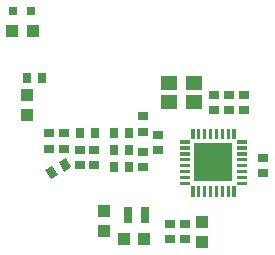
<source format=gbr>
G04 EAGLE Gerber X2 export*
%TF.Part,Single*%
%TF.FileFunction,Paste,Top*%
%TF.FilePolarity,Positive*%
%TF.GenerationSoftware,Autodesk,EAGLE,8.6.3*%
%TF.CreationDate,2018-03-24T11:36:11Z*%
G75*
%MOMM*%
%FSLAX34Y34*%
%LPD*%
%AMOC8*
5,1,8,0,0,1.08239X$1,22.5*%
G01*
%ADD10R,0.800000X0.800000*%
%ADD11R,1.000000X1.100000*%
%ADD12C,0.067500*%
%ADD13R,3.200000X3.200000*%
%ADD14R,0.900000X0.700000*%
%ADD15R,1.100000X1.000000*%
%ADD16R,0.700000X0.900000*%
%ADD17R,0.700000X1.400000*%
%ADD18R,1.400000X1.200000*%


D10*
X89246Y253632D03*
X104246Y253632D03*
D11*
X88500Y236740D03*
X105500Y236740D03*
D12*
X241803Y153575D02*
X241803Y145649D01*
X239777Y145649D01*
X239777Y153575D01*
X241803Y153575D01*
X241803Y146323D02*
X239777Y146323D01*
X239777Y146997D02*
X241803Y146997D01*
X241803Y147671D02*
X239777Y147671D01*
X239777Y148345D02*
X241803Y148345D01*
X241803Y149019D02*
X239777Y149019D01*
X239777Y149693D02*
X241803Y149693D01*
X241803Y150367D02*
X239777Y150367D01*
X239777Y151041D02*
X241803Y151041D01*
X241803Y151715D02*
X239777Y151715D01*
X239777Y152389D02*
X241803Y152389D01*
X241803Y153063D02*
X239777Y153063D01*
X246803Y153575D02*
X246803Y145649D01*
X244777Y145649D01*
X244777Y153575D01*
X246803Y153575D01*
X246803Y146323D02*
X244777Y146323D01*
X244777Y146997D02*
X246803Y146997D01*
X246803Y147671D02*
X244777Y147671D01*
X244777Y148345D02*
X246803Y148345D01*
X246803Y149019D02*
X244777Y149019D01*
X244777Y149693D02*
X246803Y149693D01*
X246803Y150367D02*
X244777Y150367D01*
X244777Y151041D02*
X246803Y151041D01*
X246803Y151715D02*
X244777Y151715D01*
X244777Y152389D02*
X246803Y152389D01*
X246803Y153063D02*
X244777Y153063D01*
X251803Y153575D02*
X251803Y145649D01*
X249777Y145649D01*
X249777Y153575D01*
X251803Y153575D01*
X251803Y146323D02*
X249777Y146323D01*
X249777Y146997D02*
X251803Y146997D01*
X251803Y147671D02*
X249777Y147671D01*
X249777Y148345D02*
X251803Y148345D01*
X251803Y149019D02*
X249777Y149019D01*
X249777Y149693D02*
X251803Y149693D01*
X251803Y150367D02*
X249777Y150367D01*
X249777Y151041D02*
X251803Y151041D01*
X251803Y151715D02*
X249777Y151715D01*
X249777Y152389D02*
X251803Y152389D01*
X251803Y153063D02*
X249777Y153063D01*
X256803Y153575D02*
X256803Y145649D01*
X254777Y145649D01*
X254777Y153575D01*
X256803Y153575D01*
X256803Y146323D02*
X254777Y146323D01*
X254777Y146997D02*
X256803Y146997D01*
X256803Y147671D02*
X254777Y147671D01*
X254777Y148345D02*
X256803Y148345D01*
X256803Y149019D02*
X254777Y149019D01*
X254777Y149693D02*
X256803Y149693D01*
X256803Y150367D02*
X254777Y150367D01*
X254777Y151041D02*
X256803Y151041D01*
X256803Y151715D02*
X254777Y151715D01*
X254777Y152389D02*
X256803Y152389D01*
X256803Y153063D02*
X254777Y153063D01*
X261803Y153575D02*
X261803Y145649D01*
X259777Y145649D01*
X259777Y153575D01*
X261803Y153575D01*
X261803Y146323D02*
X259777Y146323D01*
X259777Y146997D02*
X261803Y146997D01*
X261803Y147671D02*
X259777Y147671D01*
X259777Y148345D02*
X261803Y148345D01*
X261803Y149019D02*
X259777Y149019D01*
X259777Y149693D02*
X261803Y149693D01*
X261803Y150367D02*
X259777Y150367D01*
X259777Y151041D02*
X261803Y151041D01*
X261803Y151715D02*
X259777Y151715D01*
X259777Y152389D02*
X261803Y152389D01*
X261803Y153063D02*
X259777Y153063D01*
X266803Y153575D02*
X266803Y145649D01*
X264777Y145649D01*
X264777Y153575D01*
X266803Y153575D01*
X266803Y146323D02*
X264777Y146323D01*
X264777Y146997D02*
X266803Y146997D01*
X266803Y147671D02*
X264777Y147671D01*
X264777Y148345D02*
X266803Y148345D01*
X266803Y149019D02*
X264777Y149019D01*
X264777Y149693D02*
X266803Y149693D01*
X266803Y150367D02*
X264777Y150367D01*
X264777Y151041D02*
X266803Y151041D01*
X266803Y151715D02*
X264777Y151715D01*
X264777Y152389D02*
X266803Y152389D01*
X266803Y153063D02*
X264777Y153063D01*
X271803Y153575D02*
X271803Y145649D01*
X269777Y145649D01*
X269777Y153575D01*
X271803Y153575D01*
X271803Y146323D02*
X269777Y146323D01*
X269777Y146997D02*
X271803Y146997D01*
X271803Y147671D02*
X269777Y147671D01*
X269777Y148345D02*
X271803Y148345D01*
X271803Y149019D02*
X269777Y149019D01*
X269777Y149693D02*
X271803Y149693D01*
X271803Y150367D02*
X269777Y150367D01*
X269777Y151041D02*
X271803Y151041D01*
X271803Y151715D02*
X269777Y151715D01*
X269777Y152389D02*
X271803Y152389D01*
X271803Y153063D02*
X269777Y153063D01*
X276803Y153575D02*
X276803Y145649D01*
X274777Y145649D01*
X274777Y153575D01*
X276803Y153575D01*
X276803Y146323D02*
X274777Y146323D01*
X274777Y146997D02*
X276803Y146997D01*
X276803Y147671D02*
X274777Y147671D01*
X274777Y148345D02*
X276803Y148345D01*
X276803Y149019D02*
X274777Y149019D01*
X274777Y149693D02*
X276803Y149693D01*
X276803Y150367D02*
X274777Y150367D01*
X274777Y151041D02*
X276803Y151041D01*
X276803Y151715D02*
X274777Y151715D01*
X274777Y152389D02*
X276803Y152389D01*
X276803Y153063D02*
X274777Y153063D01*
X238003Y143875D02*
X230077Y143875D01*
X238003Y143875D02*
X238003Y141849D01*
X230077Y141849D01*
X230077Y143875D01*
X230077Y142523D02*
X238003Y142523D01*
X238003Y143197D02*
X230077Y143197D01*
X230077Y143871D02*
X238003Y143871D01*
X238003Y138875D02*
X230077Y138875D01*
X238003Y138875D02*
X238003Y136849D01*
X230077Y136849D01*
X230077Y138875D01*
X230077Y137523D02*
X238003Y137523D01*
X238003Y138197D02*
X230077Y138197D01*
X230077Y138871D02*
X238003Y138871D01*
X238003Y133875D02*
X230077Y133875D01*
X238003Y133875D02*
X238003Y131849D01*
X230077Y131849D01*
X230077Y133875D01*
X230077Y132523D02*
X238003Y132523D01*
X238003Y133197D02*
X230077Y133197D01*
X230077Y133871D02*
X238003Y133871D01*
X238003Y128875D02*
X230077Y128875D01*
X238003Y128875D02*
X238003Y126849D01*
X230077Y126849D01*
X230077Y128875D01*
X230077Y127523D02*
X238003Y127523D01*
X238003Y128197D02*
X230077Y128197D01*
X230077Y128871D02*
X238003Y128871D01*
X238003Y123875D02*
X230077Y123875D01*
X238003Y123875D02*
X238003Y121849D01*
X230077Y121849D01*
X230077Y123875D01*
X230077Y122523D02*
X238003Y122523D01*
X238003Y123197D02*
X230077Y123197D01*
X230077Y123871D02*
X238003Y123871D01*
X238003Y118875D02*
X230077Y118875D01*
X238003Y118875D02*
X238003Y116849D01*
X230077Y116849D01*
X230077Y118875D01*
X230077Y117523D02*
X238003Y117523D01*
X238003Y118197D02*
X230077Y118197D01*
X230077Y118871D02*
X238003Y118871D01*
X238003Y113875D02*
X230077Y113875D01*
X238003Y113875D02*
X238003Y111849D01*
X230077Y111849D01*
X230077Y113875D01*
X230077Y112523D02*
X238003Y112523D01*
X238003Y113197D02*
X230077Y113197D01*
X230077Y113871D02*
X238003Y113871D01*
X238003Y108875D02*
X230077Y108875D01*
X238003Y108875D02*
X238003Y106849D01*
X230077Y106849D01*
X230077Y108875D01*
X230077Y107523D02*
X238003Y107523D01*
X238003Y108197D02*
X230077Y108197D01*
X230077Y108871D02*
X238003Y108871D01*
X239777Y105075D02*
X239777Y97149D01*
X239777Y105075D02*
X241803Y105075D01*
X241803Y97149D01*
X239777Y97149D01*
X239777Y97823D02*
X241803Y97823D01*
X241803Y98497D02*
X239777Y98497D01*
X239777Y99171D02*
X241803Y99171D01*
X241803Y99845D02*
X239777Y99845D01*
X239777Y100519D02*
X241803Y100519D01*
X241803Y101193D02*
X239777Y101193D01*
X239777Y101867D02*
X241803Y101867D01*
X241803Y102541D02*
X239777Y102541D01*
X239777Y103215D02*
X241803Y103215D01*
X241803Y103889D02*
X239777Y103889D01*
X239777Y104563D02*
X241803Y104563D01*
X244777Y105075D02*
X244777Y97149D01*
X244777Y105075D02*
X246803Y105075D01*
X246803Y97149D01*
X244777Y97149D01*
X244777Y97823D02*
X246803Y97823D01*
X246803Y98497D02*
X244777Y98497D01*
X244777Y99171D02*
X246803Y99171D01*
X246803Y99845D02*
X244777Y99845D01*
X244777Y100519D02*
X246803Y100519D01*
X246803Y101193D02*
X244777Y101193D01*
X244777Y101867D02*
X246803Y101867D01*
X246803Y102541D02*
X244777Y102541D01*
X244777Y103215D02*
X246803Y103215D01*
X246803Y103889D02*
X244777Y103889D01*
X244777Y104563D02*
X246803Y104563D01*
X249777Y105075D02*
X249777Y97149D01*
X249777Y105075D02*
X251803Y105075D01*
X251803Y97149D01*
X249777Y97149D01*
X249777Y97823D02*
X251803Y97823D01*
X251803Y98497D02*
X249777Y98497D01*
X249777Y99171D02*
X251803Y99171D01*
X251803Y99845D02*
X249777Y99845D01*
X249777Y100519D02*
X251803Y100519D01*
X251803Y101193D02*
X249777Y101193D01*
X249777Y101867D02*
X251803Y101867D01*
X251803Y102541D02*
X249777Y102541D01*
X249777Y103215D02*
X251803Y103215D01*
X251803Y103889D02*
X249777Y103889D01*
X249777Y104563D02*
X251803Y104563D01*
X254777Y105075D02*
X254777Y97149D01*
X254777Y105075D02*
X256803Y105075D01*
X256803Y97149D01*
X254777Y97149D01*
X254777Y97823D02*
X256803Y97823D01*
X256803Y98497D02*
X254777Y98497D01*
X254777Y99171D02*
X256803Y99171D01*
X256803Y99845D02*
X254777Y99845D01*
X254777Y100519D02*
X256803Y100519D01*
X256803Y101193D02*
X254777Y101193D01*
X254777Y101867D02*
X256803Y101867D01*
X256803Y102541D02*
X254777Y102541D01*
X254777Y103215D02*
X256803Y103215D01*
X256803Y103889D02*
X254777Y103889D01*
X254777Y104563D02*
X256803Y104563D01*
X259777Y105075D02*
X259777Y97149D01*
X259777Y105075D02*
X261803Y105075D01*
X261803Y97149D01*
X259777Y97149D01*
X259777Y97823D02*
X261803Y97823D01*
X261803Y98497D02*
X259777Y98497D01*
X259777Y99171D02*
X261803Y99171D01*
X261803Y99845D02*
X259777Y99845D01*
X259777Y100519D02*
X261803Y100519D01*
X261803Y101193D02*
X259777Y101193D01*
X259777Y101867D02*
X261803Y101867D01*
X261803Y102541D02*
X259777Y102541D01*
X259777Y103215D02*
X261803Y103215D01*
X261803Y103889D02*
X259777Y103889D01*
X259777Y104563D02*
X261803Y104563D01*
X264777Y105075D02*
X264777Y97149D01*
X264777Y105075D02*
X266803Y105075D01*
X266803Y97149D01*
X264777Y97149D01*
X264777Y97823D02*
X266803Y97823D01*
X266803Y98497D02*
X264777Y98497D01*
X264777Y99171D02*
X266803Y99171D01*
X266803Y99845D02*
X264777Y99845D01*
X264777Y100519D02*
X266803Y100519D01*
X266803Y101193D02*
X264777Y101193D01*
X264777Y101867D02*
X266803Y101867D01*
X266803Y102541D02*
X264777Y102541D01*
X264777Y103215D02*
X266803Y103215D01*
X266803Y103889D02*
X264777Y103889D01*
X264777Y104563D02*
X266803Y104563D01*
X269777Y105075D02*
X269777Y97149D01*
X269777Y105075D02*
X271803Y105075D01*
X271803Y97149D01*
X269777Y97149D01*
X269777Y97823D02*
X271803Y97823D01*
X271803Y98497D02*
X269777Y98497D01*
X269777Y99171D02*
X271803Y99171D01*
X271803Y99845D02*
X269777Y99845D01*
X269777Y100519D02*
X271803Y100519D01*
X271803Y101193D02*
X269777Y101193D01*
X269777Y101867D02*
X271803Y101867D01*
X271803Y102541D02*
X269777Y102541D01*
X269777Y103215D02*
X271803Y103215D01*
X271803Y103889D02*
X269777Y103889D01*
X269777Y104563D02*
X271803Y104563D01*
X274777Y105075D02*
X274777Y97149D01*
X274777Y105075D02*
X276803Y105075D01*
X276803Y97149D01*
X274777Y97149D01*
X274777Y97823D02*
X276803Y97823D01*
X276803Y98497D02*
X274777Y98497D01*
X274777Y99171D02*
X276803Y99171D01*
X276803Y99845D02*
X274777Y99845D01*
X274777Y100519D02*
X276803Y100519D01*
X276803Y101193D02*
X274777Y101193D01*
X274777Y101867D02*
X276803Y101867D01*
X276803Y102541D02*
X274777Y102541D01*
X274777Y103215D02*
X276803Y103215D01*
X276803Y103889D02*
X274777Y103889D01*
X274777Y104563D02*
X276803Y104563D01*
X278577Y106849D02*
X286503Y106849D01*
X278577Y106849D02*
X278577Y108875D01*
X286503Y108875D01*
X286503Y106849D01*
X286503Y107523D02*
X278577Y107523D01*
X278577Y108197D02*
X286503Y108197D01*
X286503Y108871D02*
X278577Y108871D01*
X278577Y111849D02*
X286503Y111849D01*
X278577Y111849D02*
X278577Y113875D01*
X286503Y113875D01*
X286503Y111849D01*
X286503Y112523D02*
X278577Y112523D01*
X278577Y113197D02*
X286503Y113197D01*
X286503Y113871D02*
X278577Y113871D01*
X278577Y116849D02*
X286503Y116849D01*
X278577Y116849D02*
X278577Y118875D01*
X286503Y118875D01*
X286503Y116849D01*
X286503Y117523D02*
X278577Y117523D01*
X278577Y118197D02*
X286503Y118197D01*
X286503Y118871D02*
X278577Y118871D01*
X278577Y121849D02*
X286503Y121849D01*
X278577Y121849D02*
X278577Y123875D01*
X286503Y123875D01*
X286503Y121849D01*
X286503Y122523D02*
X278577Y122523D01*
X278577Y123197D02*
X286503Y123197D01*
X286503Y123871D02*
X278577Y123871D01*
X278577Y126849D02*
X286503Y126849D01*
X278577Y126849D02*
X278577Y128875D01*
X286503Y128875D01*
X286503Y126849D01*
X286503Y127523D02*
X278577Y127523D01*
X278577Y128197D02*
X286503Y128197D01*
X286503Y128871D02*
X278577Y128871D01*
X278577Y131849D02*
X286503Y131849D01*
X278577Y131849D02*
X278577Y133875D01*
X286503Y133875D01*
X286503Y131849D01*
X286503Y132523D02*
X278577Y132523D01*
X278577Y133197D02*
X286503Y133197D01*
X286503Y133871D02*
X278577Y133871D01*
X278577Y136849D02*
X286503Y136849D01*
X278577Y136849D02*
X278577Y138875D01*
X286503Y138875D01*
X286503Y136849D01*
X286503Y137523D02*
X278577Y137523D01*
X278577Y138197D02*
X286503Y138197D01*
X286503Y138871D02*
X278577Y138871D01*
X278577Y141849D02*
X286503Y141849D01*
X278577Y141849D02*
X278577Y143875D01*
X286503Y143875D01*
X286503Y141849D01*
X286503Y142523D02*
X278577Y142523D01*
X278577Y143197D02*
X286503Y143197D01*
X286503Y143871D02*
X278577Y143871D01*
D13*
X258290Y125362D03*
D14*
X300708Y115814D03*
X300708Y128814D03*
X271498Y169154D03*
X271498Y182154D03*
X221714Y73061D03*
X221714Y60061D03*
X234287Y73061D03*
X234287Y60061D03*
X284960Y169154D03*
X284960Y182154D03*
X258798Y169154D03*
X258798Y182154D03*
D15*
X100556Y182122D03*
X100556Y165122D03*
D16*
X100660Y196228D03*
X113660Y196228D03*
D11*
X248765Y57426D03*
X248765Y74426D03*
D14*
X199362Y133894D03*
X199362Y120894D03*
X199362Y151120D03*
X199362Y164120D03*
D16*
X174066Y135268D03*
X187066Y135268D03*
D14*
X212062Y135372D03*
X212062Y148372D03*
D16*
X187066Y121298D03*
X174066Y121298D03*
D14*
X157960Y122926D03*
X157960Y135926D03*
X145514Y122926D03*
X145514Y135926D03*
X119860Y149896D03*
X119860Y136896D03*
D16*
X158618Y150000D03*
X145618Y150000D03*
D14*
X132560Y149896D03*
X132560Y136896D03*
D17*
X201020Y80912D03*
X186020Y80912D03*
D11*
X165834Y83951D03*
X165834Y66951D03*
D15*
X200115Y60338D03*
X183115Y60338D03*
D18*
X242620Y176544D03*
X242620Y192544D03*
X220620Y192544D03*
X220620Y176544D03*
D16*
X187066Y150000D03*
X174066Y150000D03*
G36*
X126878Y114377D02*
X120816Y110877D01*
X116316Y118671D01*
X122378Y122171D01*
X126878Y114377D01*
G37*
G36*
X138136Y120877D02*
X132074Y117377D01*
X127574Y125171D01*
X133636Y128671D01*
X138136Y120877D01*
G37*
M02*

</source>
